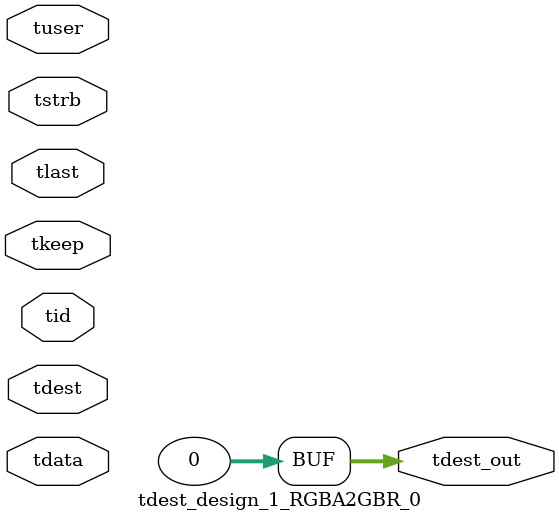
<source format=v>


`timescale 1ps/1ps

module tdest_design_1_RGBA2GBR_0 #
(
parameter C_S_AXIS_TDATA_WIDTH = 32,
parameter C_S_AXIS_TUSER_WIDTH = 0,
parameter C_S_AXIS_TID_WIDTH   = 0,
parameter C_S_AXIS_TDEST_WIDTH = 0,
parameter C_M_AXIS_TDEST_WIDTH = 32
)
(
input  [(C_S_AXIS_TDATA_WIDTH == 0 ? 1 : C_S_AXIS_TDATA_WIDTH)-1:0     ] tdata,
input  [(C_S_AXIS_TUSER_WIDTH == 0 ? 1 : C_S_AXIS_TUSER_WIDTH)-1:0     ] tuser,
input  [(C_S_AXIS_TID_WIDTH   == 0 ? 1 : C_S_AXIS_TID_WIDTH)-1:0       ] tid,
input  [(C_S_AXIS_TDEST_WIDTH == 0 ? 1 : C_S_AXIS_TDEST_WIDTH)-1:0     ] tdest,
input  [(C_S_AXIS_TDATA_WIDTH/8)-1:0 ] tkeep,
input  [(C_S_AXIS_TDATA_WIDTH/8)-1:0 ] tstrb,
input                                                                    tlast,
output [C_M_AXIS_TDEST_WIDTH-1:0] tdest_out
);

assign tdest_out = {1'b0};

endmodule


</source>
